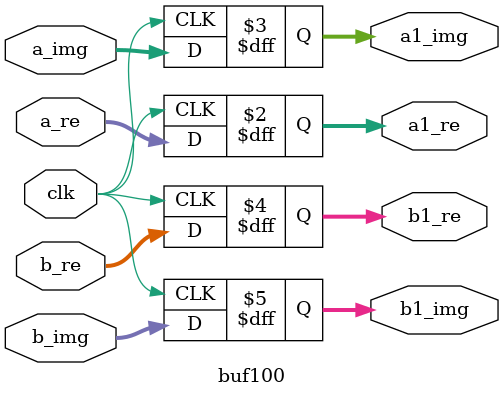
<source format=v>
`timescale 1ns / 1ps
module buf100(
    input [31:0] a_re,
    input [31:0] a_img,
    input [31:0] b_re,
    input [31:0] b_img,
    input clk,
    output reg [31:0] a1_re,
    output reg [31:0] a1_img,
    output reg [31:0] b1_re,
    output reg [31:0] b1_img
    );

always @(posedge clk) begin
a1_re<=a_re;
a1_img<=a_img;
b1_re<=b_re;
b1_img<=b_img;
end

endmodule

</source>
